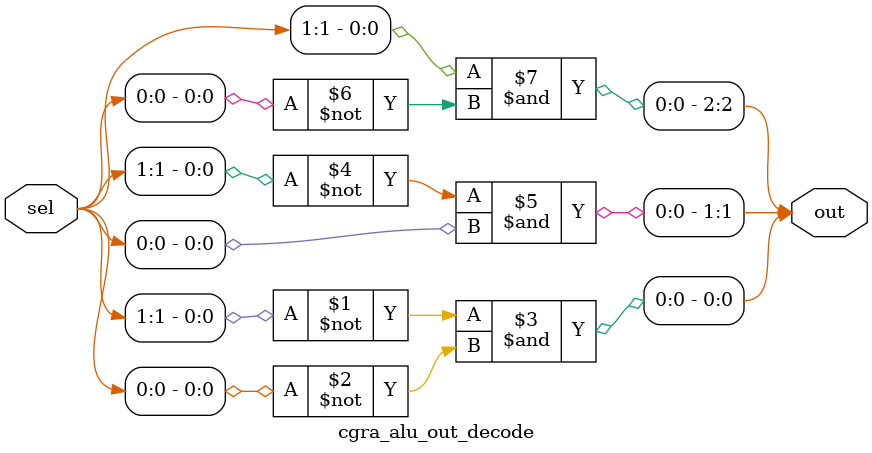
<source format=v>

module cgra_alu_out_decode
(
  input [2-1:0] sel,
  output [3-1:0] out
);

  assign out[0] = ~sel[1] & ~sel[0];
  assign out[1] = ~sel[1] & sel[0];
  assign out[2] = sel[1] & ~sel[0];

endmodule

</source>
